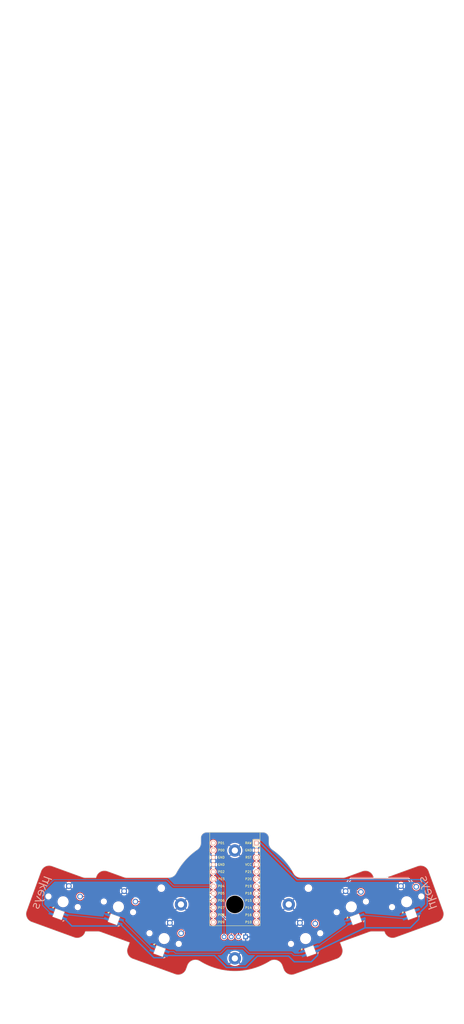
<source format=kicad_pcb>
(kicad_pcb (version 20221018) (generator pcbnew)
  (title_block (title "microkeys") (rev "v1.0.0") (company "Unknown"))
  (layers (0 "F.Cu" signal) (31 "B.Cu" signal) (34 "B.Paste" user) (35 "F.Paste" user) (36 "B.SilkS" user "B.Silkscreen") (37 "F.SilkS" user "F.Silkscreen") (38 "B.Mask" user) (39 "F.Mask" user) (44 "Edge.Cuts" user))
  (net 0 "")
  (net 1 "P5")
  (net 2 "GND")
  (net 3 "P6")
  (net 4 "P7")
  (net 5 "P20")
  (net 6 "P19")
  (net 7 "P18")
  (net 8 "P4")
  (net 9 "l_ring_dout")
  (net 10 "RAW")
  (net 11 "l_middle_dout")
  (net 12 "l_index_dout")
  (net 13 "r_middle_dout")
  (net 14 "r_ring_dout")
  (net 15 "r_index_dout")
  (net 16 "RST")
  (net 17 "VCC")
  (net 18 "P21")
  (net 19 "P15")
  (net 20 "P14")
  (net 21 "P16")
  (net 22 "P10")
  (net 23 "P1")
  (net 24 "P0")
  (net 25 "P2")
  (net 26 "P3")
  (net 27 "P8")
  (net 28 "P9")
  (footprint "ProMicro" (layer "F.Cu") (at 120 118.032 -90)
    (fp_text reference "MCU1" hide)
    (fp_text value "" hide)
    (fp_text user "P00" (at -11.43 4.8) (layer "F.SilkS") (effects (font (size 0.8 0.8))))
    (fp_text user "P07" (at 8.89 4.8) (layer "F.SilkS") (effects (font (size 0.8 0.8))))
    (fp_text user "P04" (at 1.27 4.8) (layer "F.SilkS") (effects (font (size 0.8 0.8))))
    (fp_text user "P10" (at 13.97 -4.8) (layer "F.SilkS") (effects (font (size 0.8 0.8))))
    (fp_text user "P05" (at 3.81 4.8) (layer "F.SilkS") (effects (font (size 0.8 0.8))))
    (fp_text user "P20" (at -1.27 -4.8) (layer "F.SilkS") (effects (font (size 0.8 0.8))))
    (fp_text user "P15" (at 6.35 -4.8) (layer "F.SilkS") (effects (font (size 0.8 0.8))))
    (fp_text user "P03" (at -1.27 4.8) (layer "F.SilkS") (effects (font (size 0.8 0.8))))
    (fp_text user "VCC" (at -6.35 -4.8) (layer "F.SilkS") (effects (font (size 0.8 0.8))))
    (fp_text user "P01" (at -13.97 4.8) (layer "F.SilkS") (effects (font (size 0.8 0.8))))
    (fp_text user "P21" (at -3.81 -4.8) (layer "F.SilkS") (effects (font (size 0.8 0.8))))
    (fp_text user "P19" (at 1.27 -4.8) (layer "F.SilkS") (effects (font (size 0.8 0.8))))
    (fp_text user "GND" (at -6.35 4.8) (layer "F.SilkS") (effects (font (size 0.8 0.8))))
    (fp_text user "RST" (at -8.89 -4.8) (layer "F.SilkS") (effects (font (size 0.8 0.8))))
    (fp_text user "P16" (at 11.43 -4.8) (layer "F.SilkS") (effects (font (size 0.8 0.8))))
    (fp_text user "P06" (at 6.35 4.8) (layer "F.SilkS") (effects (font (size 0.8 0.8))))
    (fp_text user "P09" (at 13.97 4.8) (layer "F.SilkS") (effects (font (size 0.8 0.8))))
    (fp_text user "RAW" (at -13.97 -4.8) (layer "F.SilkS") (effects (font (size 0.8 0.8))))
    (fp_text user "P02" (at -3.81 4.8) (layer "F.SilkS") (effects (font (size 0.8 0.8))))
    (fp_text user "GND" (at -11.43 -4.8) (layer "F.SilkS") (effects (font (size 0.8 0.8))))
    (fp_text user "P08" (at 11.43 4.8) (layer "F.SilkS") (effects (font (size 0.8 0.8))))
    (fp_text user "P18" (at 3.81 -4.8) (layer "F.SilkS") (effects (font (size 0.8 0.8))))
    (fp_text user "P14" (at 8.89 -4.8) (layer "F.SilkS") (effects (font (size 0.8 0.8))))
    (fp_text user "GND" (at -8.89 4.8) (layer "F.SilkS") (effects (font (size 0.8 0.8))))
    (fp_line (start -17.78 -8.89) (end -17.78 8.89) (stroke (width 0.15)) (layer "F.SilkS"))
    (fp_line (start -17.78 8.89) (end 15.24 8.89) (stroke (width 0.15)) (layer "F.SilkS"))
    (fp_line (start -15.24 -6.35) (end -15.24 -8.89) (stroke (width 0.15)) (layer "F.SilkS"))
    (fp_line (start -15.24 -6.35) (end -12.7 -6.35) (stroke (width 0.15)) (layer "F.SilkS"))
    (fp_line (start -12.7 -6.35) (end -12.7 -8.89) (stroke (width 0.15)) (layer "F.SilkS"))
    (fp_line (start 15.24 -8.89) (end -17.78 -8.89) (stroke (width 0.15)) (layer "F.SilkS"))
    (fp_line (start 15.24 8.89) (end 15.24 -8.89) (stroke (width 0.15)) (layer "F.SilkS"))
    (pad "1" thru_hole rect (at -13.97 -7.62 270) (size 1.7526 1.7526) (drill 1.0922) (layers "*.Cu" "*.SilkS" "*.Mask") (net 10 "RAW"))
    (pad "2" thru_hole circle (at -11.43 -7.62) (size 1.7526 1.7526) (drill 1.0922) (layers "*.Cu" "*.SilkS" "*.Mask") (net 2 "GND"))
    (pad "3" thru_hole circle (at -8.89 -7.62) (size 1.7526 1.7526) (drill 1.0922) (layers "*.Cu" "*.SilkS" "*.Mask") (net 16 "RST"))
    (pad "4" thru_hole circle (at -6.35 -7.62) (size 1.7526 1.7526) (drill 1.0922) (layers "*.Cu" "*.SilkS" "*.Mask") (net 17 "VCC"))
    (pad "5" thru_hole circle (at -3.81 -7.62) (size 1.7526 1.7526) (drill 1.0922) (layers "*.Cu" "*.SilkS" "*.Mask") (net 18 "P21"))
    (pad "6" thru_hole circle (at -1.27 -7.62) (size 1.7526 1.7526) (drill 1.0922) (layers "*.Cu" "*.SilkS" "*.Mask") (net 5 "P20"))
    (pad "7" thru_hole circle (at 1.27 -7.62) (size 1.7526 1.7526) (drill 1.0922) (layers "*.Cu" "*.SilkS" "*.Mask") (net 6 "P19"))
    (pad "8" thru_hole circle (at 3.81 -7.62) (size 1.7526 1.7526) (drill 1.0922) (layers "*.Cu" "*.SilkS" "*.Mask") (net 7 "P18"))
    (pad "9" thru_hole circle (at 6.35 -7.62) (size 1.7526 1.7526) (drill 1.0922) (layers "*.Cu" "*.SilkS" "*.Mask") (net 19 "P15"))
    (pad "10" thru_hole circle (at 8.89 -7.62) (size 1.7526 1.7526) (drill 1.0922) (layers "*.Cu" "*.SilkS" "*.Mask") (net 20 "P14"))
    (pad "11" thru_hole circle (at 11.43 -7.62) (size 1.7526 1.7526) (drill 1.0922) (layers "*.Cu" "*.SilkS" "*.Mask") (net 21 "P16"))
    (pad "12" thru_hole circle (at 13.97 -7.62) (size 1.7526 1.7526) (drill 1.0922) (layers "*.Cu" "*.SilkS" "*.Mask") (net 22 "P10"))
    (pad "13" thru_hole circle (at -13.97 7.62) (size 1.7526 1.7526) (drill 1.0922) (layers "*.Cu" "*.SilkS" "*.Mask") (net 23 "P1"))
    (pad "14" thru_hole circle (at -11.43 7.62) (size 1.7526 1.7526) (drill 1.0922) (layers "*.Cu" "*.SilkS" "*.Mask") (net 24 "P0"))
    (pad "15" thru_hole circle (at -8.89 7.62) (size 1.7526 1.7526) (drill 1.0922) (layers "*.Cu" "*.SilkS" "*.Mask") (net 2 "GND"))
    (pad "16" thru_hole circle (at -6.35 7.62) (size 1.7526 1.7526) (drill 1.0922) (layers "*.Cu" "*.SilkS" "*.Mask") (net 2 "GND"))
    (pad "17" thru_hole circle (at -3.81 7.62) (size 1.7526 1.7526) (drill 1.0922) (layers "*.Cu" "*.SilkS" "*.Mask") (net 25 "P2"))
    (pad "18" thru_hole circle (at -1.27 7.62) (size 1.7526 1.7526) (drill 1.0922) (layers "*.Cu" "*.SilkS" "*.Mask") (net 26 "P3"))
    (pad "19" thru_hole circle (at 1.27 7.62) (size 1.7526 1.7526) (drill 1.0922) (layers "*.Cu" "*.SilkS" "*.Mask") (net 8 "P4"))
    (pad "20" thru_hole circle (at 3.81 7.62) (size 1.7526 1.7526) (drill 1.0922) (layers "*.Cu" "*.SilkS" "*.Mask") (net 1 "P5"))
    (pad "21" thru_hole circle (at 6.35 7.62) (size 1.7526 1.7526) (drill 1.0922) (layers "*.Cu" "*.SilkS" "*.Mask") (net 3 "P6"))
    (pad "22" thru_hole circle (at 8.89 7.62) (size 1.7526 1.7526) (drill 1.0922) (layers "*.Cu" "*.SilkS" "*.Mask") (net 4 "P7"))
    (pad "23" thru_hole circle (at 11.43 7.62) (size 1.7526 1.7526) (drill 1.0922) (layers "*.Cu" "*.SilkS" "*.Mask") (net 27 "P8"))
    (pad "24" thru_hole circle (at 13.97 7.62) (size 1.7526 1.7526) (drill 1.0922) (layers "*.Cu" "*.SilkS" "*.Mask") (net 28 "P9"))
  )
  (footprint "PG1350" (layer "F.Cu") (at 59.297142 124.807639 -20)
    (fp_text reference "S1" hide)
    (fp_text value "" hide)
    (pad "" np_thru_hole circle (at -5.5 0) (size 1.7018 1.7018) (drill 1.7018) (layers "*.Cu" "*.Mask"))
    (pad "" np_thru_hole circle (at 0 0) (size 3.429 3.429) (drill 3.429) (layers "*.Cu" "*.Mask"))
    (pad "" np_thru_hole circle (at 5.5 0) (size 1.7018 1.7018) (drill 1.7018) (layers "*.Cu" "*.Mask"))
    (pad "1" thru_hole circle (at 5 -3.8) (size 2.032 2.032) (drill 1.27) (layers "*.Cu" "*.Mask") (net 1 "P5"))
    (pad "2" thru_hole circle (at 0 -5.9) (size 2.032 2.032) (drill 1.27) (layers "*.Cu" "*.Mask") (net 2 "GND"))
  )
  (footprint "lib:OLED_headers" (layer "F.Cu") (at 114.005461 138.804404 90)
    (fp_text reference "OLED1" hide)
    (fp_text value "OLED")
    (pad "1" thru_hole rect (at 1.6 9.8) (size 1.7 1.7) (drill 1) (layers "*.Cu" "*.Mask") (net 2 "GND"))
    (pad "2" thru_hole oval (at 1.6 7.26) (size 1.7 1.7) (drill 1) (layers "*.Cu" "*.Mask") (net 17 "VCC"))
    (pad "3" thru_hole oval (at 1.6 4.72) (size 1.7 1.7) (drill 1) (layers "*.Cu" "*.Mask") (net 26 "P3"))
    (pad "4" thru_hole oval (at 1.6 2.18) (size 1.7 1.7) (drill 1) (layers "*.Cu" "*.Mask") (net 25 "P2"))
  )
  (footprint "MountingHole:MountingHole_2.2mm_M2" (layer "F.Cu") (at 94 120)
    (fp_text reference "REF**" hide)
    (fp_text value "MountingHole_2.2mm_M2")
    (pad "" np_thru_hole circle (at 0 0) (size 2.2 2.2) (drill 2.2) (layers "*.Cu" "*.Mask"))
  )
  (footprint "SK6812MINIE" (layer "F.Cu") (at 93.397967 142.220959 -20)
    (fp_text reference "LED3" hide)
    (fp_text value "" hide)
    (fp_poly (pts (xy 2.8 1.4) (xy 2.2 1.4) (xy 2.2 2)) (stroke (width 0.1)) (fill solid) (layer "B.SilkS"))
    (fp_poly (pts (xy -2.98 -1.4) (xy -2.38 -1.4) (xy -2.38 -2)) (stroke (width 0.1)) (fill solid) (layer "F.SilkS"))
    (fp_line (start -1.7 -1.5) (end 1.7 -1.5) (stroke (width 0.12)) (layer "Edge.Cuts"))
    (fp_line (start -1.7 1.5) (end -1.7 -1.5) (stroke (width 0.12)) (layer "Edge.Cuts"))
    (fp_line (start 1.7 -1.5) (end 1.7 1.5) (stroke (width 0.12)) (layer "Edge.Cuts"))
    (fp_line (start 1.7 1.5) (end -1.7 1.5) (stroke (width 0.12)) (layer "Edge.Cuts"))
    (pad "1" smd rect (at 2.55 0.75 340) (size 1.7 0.82) (layers "B.Cu" "B.Paste" "B.Mask") (net 10 "RAW"))
    (pad "2" smd rect (at 2.55 -0.75 340) (size 1.7 0.82) (layers "B.Cu" "B.Paste" "B.Mask") (net 12 "l_index_dout"))
    (pad "3" smd rect (at -2.55 -0.75 340) (size 1.7 0.82) (layers "B.Cu" "B.Paste" "B.Mask") (net 2 "GND"))
    (pad "4" smd rect (at -2.55 0.75 340) (size 1.7 0.82) (layers "B.Cu" "B.Paste" "B.Mask") (net 11 "l_middle_dout"))
  )
  (footprint "SK6812MINIE" (layer "F.Cu") (at 162.757015 131.024113 20)
    (fp_text reference "LED5" hide)
    (fp_text value "" hide)
    (fp_poly (pts (xy 2.8 1.4) (xy 2.2 1.4) (xy 2.2 2)) (stroke (width 0.1)) (fill solid) (layer "B.SilkS"))
    (fp_poly (pts (xy -2.98 -1.4) (xy -2.38 -1.4) (xy -2.38 -2)) (stroke (width 0.1)) (fill solid) (layer "F.SilkS"))
    (fp_line (start -1.7 -1.5) (end 1.7 -1.5) (stroke (width 0.12)) (layer "Edge.Cuts"))
    (fp_line (start -1.7 1.5) (end -1.7 -1.5) (stroke (width 0.12)) (layer "Edge.Cuts"))
    (fp_line (start 1.7 -1.5) (end 1.7 1.5) (stroke (width 0.12)) (layer "Edge.Cuts"))
    (fp_line (start 1.7 1.5) (end -1.7 1.5) (stroke (width 0.12)) (layer "Edge.Cuts"))
    (pad "1" smd rect (at 2.55 0.75 20) (size 1.7 0.82) (layers "B.Cu" "B.Paste" "B.Mask") (net 10 "RAW"))
    (pad "2" smd rect (at 2.55 -0.75 20) (size 1.7 0.82) (layers "B.Cu" "B.Paste" "B.Mask") (net 13 "r_middle_dout"))
    (pad "3" smd rect (at -2.55 -0.75 20) (size 1.7 0.82) (layers "B.Cu" "B.Paste" "B.Mask") (net 2 "GND"))
    (pad "4" smd rect (at -2.55 0.75 20) (size 1.7 0.82) (layers "B.Cu" "B.Paste" "B.Mask") (net 15 "r_index_dout"))
  )
  (footprint "PG1350" (layer "F.Cu") (at 95.005461 137.804404 -20)
    (fp_text reference "S3" hide)
    (fp_text value "" hide)
    (pad "" np_thru_hole circle (at -5.5 0) (size 1.7018 1.7018) (drill 1.7018) (layers "*.Cu" "*.Mask"))
    (pad "" np_thru_hole circle (at 0 0) (size 3.429 3.429) (drill 3.429) (layers "*.Cu" "*.Mask"))
    (pad "" np_thru_hole circle (at 5.5 0) (size 1.7018 1.7018) (drill 1.7018) (layers "*.Cu" "*.Mask"))
    (pad "1" thru_hole circle (at 5 -3.8) (size 2.032 2.032) (drill 1.27) (layers "*.Cu" "*.Mask") (net 4 "P7"))
    (pad "2" thru_hole circle (at 0 -5.9) (size 2.032 2.032) (drill 1.27) (layers "*.Cu" "*.Mask") (net 2 "GND"))
  )
  (footprint "SK6812MINIE" (layer "F.Cu") (at 146.612956 142.220959 20)
    (fp_text reference "LED6" hide)
    (fp_text value "" hide)
    (fp_poly (pts (xy 2.8 1.4) (xy 2.2 1.4) (xy 2.2 2)) (stroke (width 0.1)) (fill solid) (layer "B.SilkS"))
    (fp_poly (pts (xy -2.98 -1.4) (xy -2.38 -1.4) (xy -2.38 -2)) (stroke (width 0.1)) (fill solid) (layer "F.SilkS"))
    (fp_line (start -1.7 -1.5) (end 1.7 -1.5) (stroke (width 0.12)) (layer "Edge.Cuts"))
    (fp_line (start -1.7 1.5) (end -1.7 -1.5) (stroke (width 0.12)) (layer "Edge.Cuts"))
    (fp_line (start 1.7 -1.5) (end 1.7 1.5) (stroke (width 0.12)) (layer "Edge.Cuts"))
    (fp_line (start 1.7 1.5) (end -1.7 1.5) (stroke (width 0.12)) (layer "Edge.Cuts"))
    (pad "1" smd rect (at 2.55 0.75 20) (size 1.7 0.82) (layers "B.Cu" "B.Paste" "B.Mask") (net 10 "RAW"))
    (pad "2" smd rect (at 2.55 -0.75 20) (size 1.7 0.82) (layers "B.Cu" "B.Paste" "B.Mask") (net 15 "r_index_dout"))
    (pad "3" smd rect (at -2.55 -0.75 20) (size 1.7 0.82) (layers "B.Cu" "B.Paste" "B.Mask") (net 2 "GND"))
    (pad "4" smd rect (at -2.55 0.75 20) (size 1.7 0.82) (layers "B.Cu" "B.Paste" "B.Mask") (net 12 "l_index_dout"))
  )
  (footprint "SK6812MINIE" (layer "F.Cu") (at 182.321276 129.224194 20)
    (fp_text reference "LED4" hide)
    (fp_text value "" hide)
    (fp_poly (pts (xy 2.8 1.4) (xy 2.2 1.4) (xy 2.2 2)) (stroke (width 0.1)) (fill solid) (layer "B.SilkS"))
    (fp_poly (pts (xy -2.98 -1.4) (xy -2.38 -1.4) (xy -2.38 -2)) (stroke (width 0.1)) (fill solid) (layer "F.SilkS"))
    (fp_line (start -1.7 -1.5) (end 1.7 -1.5) (stroke (width 0.12)) (layer "Edge.Cuts"))
    (fp_line (start -1.7 1.5) (end -1.7 -1.5) (stroke (width 0.12)) (layer "Edge.Cuts"))
    (fp_line (start 1.7 -1.5) (end 1.7 1.5) (stroke (width 0.12)) (layer "Edge.Cuts"))
    (fp_line (start 1.7 1.5) (end -1.7 1.5) (stroke (width 0.12)) (layer "Edge.Cuts"))
    (pad "1" smd rect (at 2.55 0.75 20) (size 1.7 0.82) (layers "B.Cu" "B.Paste" "B.Mask") (net 10 "RAW"))
    (pad "2" smd rect (at 2.55 -0.75 20) (size 1.7 0.82) (layers "B.Cu" "B.Paste" "B.Mask") (net 14 "r_ring_dout"))
    (pad "3" smd rect (at -2.55 -0.75 20) (size 1.7 0.82) (layers "B.Cu" "B.Paste" "B.Mask") (net 2 "GND"))
    (pad "4" smd rect (at -2.55 0.75 20) (size 1.7 0.82) (layers "B.Cu" "B.Paste" "B.Mask") (net 13 "r_middle_dout"))
  )
  (footprint "SK6812MINIE" (layer "F.Cu") (at 57.689647 129.224194 -20)
    (fp_text reference "LED1" hide)
    (fp_text value "" hide)
    (fp_poly (pts (xy 2.8 1.4) (xy 2.2 1.4) (xy 2.2 2)) (stroke (width 0.1)) (fill solid) (layer "B.SilkS"))
    (fp_poly (pts (xy -2.98 -1.4) (xy -2.38 -1.4) (xy -2.38 -2)) (stroke (width 0.1)) (fill solid) (layer "F.SilkS"))
    (fp_line (start -1.7 -1.5) (end 1.7 -1.5) (stroke (width 0.12)) (layer "Edge.Cuts"))
    (fp_line (start -1.7 1.5) (end -1.7 -1.5) (stroke (width 0.12)) (layer "Edge.Cuts"))
    (fp_line (start 1.7 -1.5) (end 1.7 1.5) (stroke (width 0.12)) (layer "Edge.Cuts"))
    (fp_line (start 1.7 1.5) (end -1.7 1.5) (stroke (width 0.12)) (layer "Edge.Cuts"))
    (pad "1" smd rect (at 2.55 0.75 340) (size 1.7 0.82) (layers "B.Cu" "B.Paste" "B.Mask") (net 10 "RAW"))
    (pad "2" smd rect (at 2.55 -0.75 340) (size 1.7 0.82) (layers "B.Cu" "B.Paste" "B.Mask") (net 9 "l_ring_dout"))
    (pad "3" smd rect (at -2.55 -0.75 340) (size 1.7 0.82) (layers "B.Cu" "B.Paste" "B.Mask") (net 2 "GND"))
    (pad "4" smd rect (at -2.55 0.75 340) (size 1.7 0.82) (layers "B.Cu" "B.Paste" "B.Mask") (net 8 "P4"))
  )
  (footprint "PG1350" (layer "F.Cu") (at 78.861402 126.607558 -20)
    (fp_text reference "S2" hide)
    (fp_text value "" hide)
    (pad "" np_thru_hole circle (at -5.5 0) (size 1.7018 1.7018) (drill 1.7018) (layers "*.Cu" "*.Mask"))
    (pad "" np_thru_hole circle (at 0 0) (size 3.429 3.429) (drill 3.429) (layers "*.Cu" "*.Mask"))
    (pad "" np_thru_hole circle (at 5.5 0) (size 1.7018 1.7018) (drill 1.7018) (layers "*.Cu" "*.Mask"))
    (pad "1" thru_hole circle (at 5 -3.8) (size 2.032 2.032) (drill 1.27) (layers "*.Cu" "*.Mask") (net 3 "P6"))
    (pad "2" thru_hole circle (at 0 -5.9) (size 2.032 2.032) (drill 1.27) (layers "*.Cu" "*.Mask") (net 2 "GND"))
  )
  (footprint "MountingHole:MountingHole_2.2mm_M2" (layer "F.Cu") (at 146 120)
    (fp_text reference "REF**" hide)
    (fp_text value "MountingHole_2.2mm_M2")
    (pad "" np_thru_hole circle (at 0 0) (size 2.2 2.2) (drill 2.2) (layers "*.Cu" "*.Mask"))
  )
  (footprint "TENTINGPUCK" (layer "F.Cu") (at 120 125.75)
    (fp_text reference "REF**")
    (fp_text value "Tenting Puck")
    (pad "" np_thru_hole circle (at 0 0) (size 6.8 6.8) (drill 6.2) (layers "*.Mask"))
    (pad "1" thru_hole circle (at -19.05 0) (size 4.4 4.4) (drill 2.2) (layers "*.Cu" "*.Mask") (net 2 "GND"))
    (pad "1" thru_hole circle (at 0 -19.05) (size 4.4 4.4) (drill 2.2) (layers "*.Cu" "*.Mask") (net 2 "GND"))
    (pad "1" thru_hole circle (at 0 19.05) (size 4.4 4.4) (drill 2.2) (layers "*.Cu" "*.Mask") (net 2 "GND"))
    (pad "1" thru_hole circle (at 19.05 0) (size 4.4 4.4) (drill 2.2) (layers "*.Cu" "*.Mask") (net 2 "GND"))
  )
  (footprint "PG1350" (layer "F.Cu") (at 145.005461 137.804404 20)
    (fp_text reference "S6" hide)
    (fp_text value "" hide)
    (pad "" np_thru_hole circle (at -5.5 0) (size 1.7018 1.7018) (drill 1.7018) (layers "*.Cu" "*.Mask"))
    (pad "" np_thru_hole circle (at 0 0) (size 3.429 3.429) (drill 3.429) (layers "*.Cu" "*.Mask"))
    (pad "" np_thru_hole circle (at 5.5 0) (size 1.7018 1.7018) (drill 1.7018) (layers "*.Cu" "*.Mask"))
    (pad "1" thru_hole circle (at 5 -3.8) (size 2.032 2.032) (drill 1.27) (layers "*.Cu" "*.Mask") (net 7 "P18"))
    (pad "2" thru_hole circle (at 0 -5.9) (size 2.032 2.032) (drill 1.27) (layers "*.Cu" "*.Mask") (net 2 "GND"))
  )
  (footprint "PG1350" (layer "F.Cu") (at 161.149521 126.607558 20)
    (fp_text reference "S5" hide)
    (fp_text value "" hide)
    (pad "" np_thru_hole circle (at -5.5 0) (size 1.7018 1.7018) (drill 1.7018) (layers "*.Cu" "*.Mask"))
    (pad "" np_thru_hole circle (at 0 0) (size 3.429 3.429) (drill 3.429) (layers "*.Cu" "*.Mask"))
    (pad "" np_thru_hole circle (at 5.5 0) (size 1.7018 1.7018) (drill 1.7018) (layers "*.Cu" "*.Mask"))
    (pad "1" thru_hole circle (at 5 -3.8) (size 2.032 2.032) (drill 1.27) (layers "*.Cu" "*.Mask") (net 6 "P19"))
    (pad "2" thru_hole circle (at 0 -5.9) (size 2.032 2.032) (drill 1.27) (layers "*.Cu" "*.Mask") (net 2 "GND"))
  )
  (footprint "PG1350" (layer "F.Cu") (at 180.713781 124.807639 20)
    (fp_text reference "S4" hide)
    (fp_text value "" hide)
    (pad "" np_thru_hole circle (at -5.5 0) (size 1.7018 1.7018) (drill 1.7018) (layers "*.Cu" "*.Mask"))
    (pad "" np_thru_hole circle (at 0 0) (size 3.429 3.429) (drill 3.429) (layers "*.Cu" "*.Mask"))
    (pad "" np_thru_hole circle (at 5.5 0) (size 1.7018 1.7018) (drill 1.7018) (layers "*.Cu" "*.Mask"))
    (pad "1" thru_hole circle (at 5 -3.8) (size 2.032 2.032) (drill 1.27) (layers "*.Cu" "*.Mask") (net 5 "P20"))
    (pad "2" thru_hole circle (at 0 -5.9) (size 2.032 2.032) (drill 1.27) (layers "*.Cu" "*.Mask") (net 2 "GND"))
  )
  (footprint "SK6812MINIE" (layer "F.Cu") (at 77.253908 131.024113 -20)
    (fp_text reference "LED2" hide)
    (fp_text value "" hide)
    (fp_poly (pts (xy 2.8 1.4) (xy 2.2 1.4) (xy 2.2 2)) (stroke (width 0.1)) (fill solid) (layer "B.SilkS"))
    (fp_poly (pts (xy -2.98 -1.4) (xy -2.38 -1.4) (xy -2.38 -2)) (stroke (width 0.1)) (fill solid) (layer "F.SilkS"))
    (fp_line (start -1.7 -1.5) (end 1.7 -1.5) (stroke (width 0.12)) (layer "Edge.Cuts"))
    (fp_line (start -1.7 1.5) (end -1.7 -1.5) (stroke (width 0.12)) (layer "Edge.Cuts"))
    (fp_line (start 1.7 -1.5) (end 1.7 1.5) (stroke (width 0.12)) (layer "Edge.Cuts"))
    (fp_line (start 1.7 1.5) (end -1.7 1.5) (stroke (width 0.12)) (layer "Edge.Cuts"))
    (pad "1" smd rect (at 2.55 0.75 340) (size 1.7 0.82) (layers "B.Cu" "B.Paste" "B.Mask") (net 10 "RAW"))
    (pad "2" smd rect (at 2.55 -0.75 340) (size 1.7 0.82) (layers "B.Cu" "B.Paste" "B.Mask") (net 11 "l_middle_dout"))
    (pad "3" smd rect (at -2.55 -0.75 340) (size 1.7 0.82) (layers "B.Cu" "B.Paste" "B.Mask") (net 2 "GND"))
    (pad "4" smd rect (at -2.55 0.75 340) (size 1.7 0.82) (layers "B.Cu" "B.Paste" "B.Mask") (net 9 "l_ring_dout"))
  )
  (gr_arc (start 176.787452 137.410572) (mid 174.493537 137.310418) (end 172.942313 135.617555) (stroke (width 0.15)) (layer "Edge.Cuts"))
  (gr_arc (start 108.005461 102.304404) (mid 108.591247 100.89019) (end 110.005461 100.304404) (stroke (width 0.15)) (layer "Edge.Cuts"))
  (gr_arc (start 99.284099 114.719498) (mid 98.180687 115.877853) (end 96.638819 116.304404) (stroke (width 0.15)) (layer "Edge.Cuts"))
  (gr_line (start 141.079132 150.407338) (end 156.114214 144.935015) (stroke (width 0.15)) (layer "Edge.Cuts"))
  (gr_line (start 82.787732 139.210492) (end 82.103692 141.089877) (stroke (width 0.15)) (layer "Edge.Cuts"))
  (gr_line (start 67.06861 135.617555) (end 67.182587 135.304404) (stroke (width 0.15)) (layer "Edge.Cuts"))
  (gr_arc (start 48.188389 131.93825) (mid 46.495758 130.387523) (end 46.394997 128.094141) (stroke (width 0.15)) (layer "Edge.Cuts"))
  (gr_line (start 83.896709 144.935015) (end 98.931791 150.407338) (stroke (width 0.15)) (layer "Edge.Cuts"))
  (gr_arc (start 193.615551 128.093111) (mid 193.615738 128.093626) (end 193.615925 128.094141) (stroke (width 0.15)) (layer "Edge.Cuts"))
  (gr_arc (start 108.005461 103.958351) (mid 107.660112 105.355788) (end 106.703575 106.43149) (stroke (width 0.15)) (layer "Edge.Cuts"))
  (gr_arc (start 184.64011 112.204705) (mid 186.934025 112.304859) (end 188.485249 113.997722) (stroke (width 0.15)) (layer "Edge.Cuts"))
  (gr_arc (start 133.307348 106.43149) (mid 132.350811 105.355789) (end 132.005461 103.958352) (stroke (width 0.15)) (layer "Edge.Cuts"))
  (gr_line (start 67.182587 135.304404) (end 71.526863 135.304404) (stroke (width 0.15)) (layer "Edge.Cuts"))
  (gr_line (start 168.48406 135.304404) (end 172.828336 135.304404) (stroke (width 0.15)) (layer "Edge.Cuts"))
  (gr_line (start 72.552923 135.485326) (end 82.787732 139.210492) (stroke (width 0.15)) (layer "Edge.Cuts"))
  (gr_line (start 96.638819 116.304404) (end 81.782646 116.304404) (stroke (width 0.15)) (layer "Edge.Cuts"))
  (gr_line (start 108.005461 102.304404) (end 108.005461 103.958352) (stroke (width 0.15)) (layer "Edge.Cuts"))
  (gr_line (start 176.787452 137.410572) (end 191.822534 131.93825) (stroke (width 0.15)) (layer "Edge.Cuts"))
  (gr_arc (start 173.873359 116.123482) (mid 173.368243 116.258827) (end 172.847299 116.304404) (stroke (width 0.15)) (layer "Edge.Cuts"))
  (gr_arc (start 157.907605 141.090907) (mid 157.806845 143.384289) (end 156.114214 144.935015) (stroke (width 0.15)) (layer "Edge.Cuts"))
  (gr_arc (start 167.458 135.485326) (mid 167.963116 135.349981) (end 168.48406 135.304404) (stroke (width 0.15)) (layer "Edge.Cuts"))
  (gr_arc (start 67.06861 135.617555) (mid 65.517386 137.310418) (end 63.223471 137.410572) (stroke (width 0.15)) (layer "Edge.Cuts"))
  (gr_arc (start 71.526863 135.304404) (mid 72.047807 135.349981) (end 72.552923 135.485326) (stroke (width 0.15)) (layer "Edge.Cuts"))
  (gr_arc (start 51.525674 113.997723) (mid 53.076897 112.30486) (end 55.370812 112.204705) (stroke (width 0.15)) (layer "Edge.Cuts"))
  (gr_line (start 136.761884 147.317209) (end 137.233994 148.61432) (stroke (width 0.15)) (layer "Edge.Cuts"))
  (gr_line (start 184.64011 112.204705) (end 173.873359 116.123482) (stroke (width 0.15)) (layer "Edge.Cuts"))
  (gr_line (start 70.905488 116.304404) (end 67.163624 116.304404) (stroke (width 0.15)) (layer "Edge.Cuts"))
  (gr_line (start 193.615551 128.093112) (end 188.485249 113.997722) (stroke (width 0.15)) (layer "Edge.Cuts"))
  (gr_line (start 165.07585 114.004625) (end 159.254337 116.123482) (stroke (width 0.15)) (layer "Edge.Cuts"))
  (gr_line (start 157.907231 141.089877) (end 157.223191 139.210492) (stroke (width 0.15)) (layer "Edge.Cuts"))
  (gr_arc (start 133.307348 106.431489) (mid 137.514549 110.130162) (end 140.726824 114.719498) (stroke (width 0.15)) (layer "Edge.Cuts"))
  (gr_line (start 132.005461 103.958352) (end 132.005461 102.304404) (stroke (width 0.15)) (layer "Edge.Cuts"))
  (gr_line (start 157.223191 139.210492) (end 167.457999 135.485326) (stroke (width 0.15)) (layer "Edge.Cuts"))
  (gr_line (start 80.756586 116.123482) (end 74.935073 114.004625) (stroke (width 0.15)) (layer "Edge.Cuts"))
  (gr_arc (start 143.372104 116.304404) (mid 141.830235 115.877853) (end 140.726824 114.719498) (stroke (width 0.15)) (layer "Edge.Cuts"))
  (gr_line (start 130.005461 100.304404) (end 110.005461 100.304404) (stroke (width 0.15)) (layer "Edge.Cuts"))
  (gr_arc (start 159.254337 116.123482) (mid 158.749221 116.258827) (end 158.228277 116.304404) (stroke (width 0.15)) (layer "Edge.Cuts"))
  (gr_arc (start 165.07585 114.004624) (mid 167.369765 114.104779) (end 168.920988 115.797642) (stroke (width 0.15)) (layer "Edge.Cuts"))
  (gr_line (start 66.137564 116.123482) (end 55.370812 112.204705) (stroke (width 0.15)) (layer "Edge.Cuts"))
  (gr_line (start 48.188389 131.93825) (end 63.223471 137.410572) (stroke (width 0.15)) (layer "Edge.Cuts"))
  (gr_line (start 71.089935 115.797642) (end 70.905488 116.304404) (stroke (width 0.15)) (layer "Edge.Cuts"))
  (gr_line (start 172.828336 135.304404) (end 172.942313 135.617555) (stroke (width 0.15)) (layer "Edge.Cuts"))
  (gr_arc (start 193.615926 128.094142) (mid 193.515165 130.387524) (end 191.822533 131.93825) (stroke (width 0.15)) (layer "Edge.Cuts"))
  (gr_arc (start 132.364993 145.791698) (mid 120.005462 149.304403) (end 107.64593 145.791699) (stroke (width 0.15)) (layer "Edge.Cuts"))
  (gr_arc (start 99.284099 114.719498) (mid 102.496374 110.130162) (end 106.703575 106.43149) (stroke (width 0.15)) (layer "Edge.Cuts"))
  (gr_arc (start 83.896708 144.935015) (mid 82.204078 143.384288) (end 82.103317 141.090907) (stroke (width 0.15)) (layer "Edge.Cuts"))
  (gr_line (start 172.847299 116.304404) (end 169.105435 116.304404) (stroke (width 0.15)) (layer "Edge.Cuts"))
  (gr_line (start 51.525674 113.997722) (end 46.395372 128.093112) (stroke (width 0.15)) (layer "Edge.Cuts"))
  (gr_arc (start 102.776929 148.61432) (mid 101.225706 150.307183) (end 98.931791 150.407338) (stroke (width 0.15)) (layer "Edge.Cuts"))
  (gr_line (start 158.228277 116.304404) (end 143.372104 116.304404) (stroke (width 0.15)) (layer "Edge.Cuts"))
  (gr_line (start 169.105435 116.304404) (end 168.920988 115.797642) (stroke (width 0.15)) (layer "Edge.Cuts"))
  (gr_arc (start 103.249039 147.317208) (mid 105.084766 145.50901) (end 107.64593 145.791699) (stroke (width 0.15)) (layer "Edge.Cuts"))
  (gr_arc (start 67.163624 116.304404) (mid 66.64268 116.258827) (end 66.137564 116.123482) (stroke (width 0.15)) (layer "Edge.Cuts"))
  (gr_line (start 102.776929 148.61432) (end 103.249039 147.317209) (stroke (width 0.15)) (layer "Edge.Cuts"))
  (gr_arc (start 130.005461 100.304404) (mid 131.419675 100.89019) (end 132.005461 102.304404) (stroke (width 0.15)) (layer "Edge.Cuts"))
  (gr_arc (start 81.782646 116.304404) (mid 81.261702 116.258827) (end 80.756586 116.123482) (stroke (width 0.15)) (layer "Edge.Cuts"))
  (gr_arc (start 132.364994 145.791699) (mid 134.926158 145.509011) (end 136.761884 147.317209) (stroke (width 0.15)) (layer "Edge.Cuts"))
  (gr_arc (start 141.079132 150.407338) (mid 138.785217 150.307183) (end 137.233994 148.61432) (stroke (width 0.15)) (layer "Edge.Cuts"))
  (gr_arc (start 71.089934 115.797641) (mid 72.641158 114.104778) (end 74.935073 114.004624) (stroke (width 0.15)) (layer "Edge.Cuts"))
  (gr_text "µkeys" (at 51.5 121.5 70) (layer "B.SilkS") (effects (font (size 3 3)) (justify mirror)))
  (gr_text "µkeys" (at 188.5 121.5 290) (layer "B.SilkS") (effects (font (size 3 3)) (justify mirror)))
  (segment (start 98.158 121.842) (end 97 123) (width 0.3) (layer "F.Cu") (net 1))
  (segment (start 96.946908 122.946908) (end 65.295282 122.946908) (width 0.3) (layer "F.Cu") (net 1))
  (segment (start 112.38 121.842) (end 98.158 121.842) (width 0.3) (layer "F.Cu") (net 1))
  (segment (start 97 123) (end 96.946908 122.946908) (width 0.3) (layer "F.Cu") (net 1))
  (segment (start 97.253173 124.746827) (end 84.859542 124.746827) (width 0.3) (layer "F.Cu") (net 3))
  (segment (start 99 123) (end 97.253173 124.746827) (width 0.3) (layer "F.Cu") (net 3))
  (segment (start 112.38 124.382) (end 107.382 124.382) (width 0.3) (layer "F.Cu") (net 3))
  (segment (start 107.382 124.382) (end 106 123) (width 0.3) (layer "F.Cu") (net 3))
  (segment (start 106 123) (end 99 123) (width 0.3) (layer "F.Cu") (net 3))
  (segment (start 112.38 126.922) (end 110.025274 126.922) (width 0.3) (layer "F.Cu") (net 4))
  (segment (start 110.025274 126.922) (end 101.003601 135.943673) (width 0.3) (layer "F.Cu") (net 4))
  (segment (start 138.762 116.762) (end 145.25 123.25) (width 0.3) (layer "F.Cu") (net 5))
  (segment (start 145.25 123.25) (end 154.512 123.25) (width 0.3) (layer "F.Cu") (net 5))
  (segment (start 154.512 123.25) (end 161 116.762) (width 0.3) (layer "F.Cu") (net 5))
  (segment (start 181.347862 116.762) (end 184.112568 119.526706) (width 0.3) (layer "F.Cu") (net 5))
  (segment (start 161 116.762) (end 181.347862 116.762) (width 0.3) (layer "F.Cu") (net 5))
  (segment (start 127.62 116.762) (end 138.762 116.762) (width 0.3) (layer "F.Cu") (net 5))
  (segment (start 140.302 119.302) (end 127.62 119.302) (width 0.3) (layer "F.Cu") (net 6))
  (segment (start 145.2 124.2) (end 140.302 119.302) (width 0.3) (layer "F.Cu") (net 6))
  (segment (start 160.238093 124.2) (end 145.2 124.2) (width 0.3) (layer "F.Cu") (net 6))
  (segment (start 164.548308 121.326625) (end 163.111468 121.326625) (width 0.3) (layer "F.Cu") (net 6))
  (segment (start 163.111468 121.326625) (end 160.238093 124.2) (width 0.3) (layer "F.Cu") (net 6))
  (segment (start 140.842 121.842) (end 148.404248 129.404248) (width 0.3) (layer "F.Cu") (net 7))
  (segment (start 127.62 121.842) (end 140.842 121.842) (width 0.3) (layer "F.Cu") (net 7))
  (segment (start 148.404248 129.404248) (end 148.404248 132.523471) (width 0.3) (layer "F.Cu") (net 7))
  (segment (start 52 121) (end 52 126.019896) (width 0.3) (layer "B.Cu") (net 8))
  (segment (start 96 117) (end 56 117) (width 0.3) (layer "B.Cu") (net 8))
  (segment (start 56 117) (end 52 121) (width 0.3) (layer "B.Cu") (net 8))
  (segment (start 52 126.019896) (end 55.036916 129.056812) (width 0.3) (layer "B.Cu") (net 8))
  (segment (start 112.38 119.302) (end 98.302 119.302) (width 0.3) (layer "B.Cu") (net 8))
  (segment (start 98.302 119.302) (end 96 117) (width 0.3) (layer "B.Cu") (net 8))
  (segment (start 74.601177 130.856731) (end 60.342378 129.391576) (width 0.3) (layer "B.Cu") (net 9))
  (segment (start 139 144) (end 141 146) (width 0.5) (layer "B.Cu") (net 10))
  (segment (start 112.79788 143.79788) (end 117 148) (width 0.5) (layer "B.Cu") (net 10))
  (segment (start 59.829348 130.801115) (end 62.394761 133.366528) (width 0.5) (layer "B.Cu") (net 10))
  (segment (start 95.537668 143.79788) (end 112.79788 143.79788) (width 0.5) (layer "B.Cu") (net 10))
  (segment (start 129.062 104.062) (end 142 117) (width 0.5) (layer "B.Cu") (net 10))
  (segment (start 188 119) (end 188 126.030819) (width 0.5) (layer "B.Cu") (net 10))
  (segment (start 79.393609 132.601034) (end 91.355949 144.563374) (width 0.5) (layer "B.Cu") (net 10))
  (segment (start 124 148) (end 128 144) (width 0.5) (layer "B.Cu") (net 10))
  (segment (start 184.974007 129.056812) (end 184.974007 131.025993) (width 0.5) (layer "B.Cu") (net 10))
  (segment (start 141 146) (end 147 146) (width 0.5) (layer "B.Cu") (net 10))
  (segment (start 188 126.030819) (end 184.974007 129.056812) (width 0.5) (layer "B.Cu") (net 10))
  (segment (start 142 117) (end 186 117) (width 0.5) (layer "B.Cu") (net 10))
  (segment (start 149.265687 143.734313) (end 149.265687 142.053577) (width 0.5) (layer "B.Cu") (net 10))
  (segment (start 127.62 104.062) (end 129.062 104.062) (width 0.5) (layer "B.Cu") (net 10))
  (segment (start 62.394761 133.366528) (end 78.628115 133.366528) (width 0.5) (layer "B.Cu") (net 10))
  (segment (start 165.409746 130.856731) (end 166 131.446985) (width 0.5) (layer "B.Cu") (net 10))
  (segment (start 182 134) (end 166 134) (width 0.5) (layer "B.Cu") (net 10))
  (segment (start 166 131.446985) (end 166 134) (width 0.5) (layer "B.Cu") (net 10))
  (segment (start 186 117) (end 188 119) (width 0.5) (layer "B.Cu") (net 10))
  (segment (start 128 144) (end 139 144) (width 0.5) (layer "B.Cu") (net 10))
  (segment (start 78.628115 133.366528) (end 79.393609 132.601034) (width 0.5) (layer "B.Cu") (net 10))
  (segment (start 91.355949 144.563374) (end 94.772174 144.563374) (width 0.5) (layer "B.Cu") (net 10))
  (segment (start 166 134) (end 149.265687 142.053577) (width 0.5) (layer "B.Cu") (net 10))
  (segment (start 94.772174 144.563374) (end 95.537668 143.79788) (width 0.5) (layer "B.Cu") (net 10))
  (segment (start 117 148) (end 124 148) (width 0.5) (layer "B.Cu") (net 10))
  (segment (start 184.974007 131.025993) (end 182 134) (width 0.5) (layer "B.Cu") (net 10))
  (segment (start 147 146) (end 149.265687 143.734313) (width 0.5) (layer "B.Cu") (net 10))
  (segment (start 90.745236 142.053577) (end 79.906639 131.191495) (width 0.3) (layer "B.Cu") (net 11))
  (segment (start 140.79788 143.79788) (end 140 143) (width 0.3) (layer "B.Cu") (net 12))
  (segment (start 123 141) (end 117 141) (width 0.3) (layer "B.Cu") (net 12))
  (segment (start 115 143) (end 99 143) (width 0.3) (layer "B.Cu") (net 12))
  (segment (start 99 143) (end 98.388341 142.388341) (width 0.3) (layer "B.Cu") (net 12))
  (segment (start 140 143) (end 125 143) (width 0.3) (layer "B.Cu") (net 12))
  (segment (start 125 143) (end 123 141) (width 0.3) (layer "B.Cu") (net 12))
  (segment (start 144.473255 143.79788) (end 140.79788 143.79788) (width 0.3) (layer "B.Cu") (net 12))
  (segment (start 98.388341 142.388341) (end 96.050698 142.388341) (width 0.3) (layer "B.Cu") (net 12))
  (segment (start 117 141) (end 115 143) (width 0.3) (layer "B.Cu") (net 12))
  (segment (start 165.2658 129.534845) (end 180.181575 130.801115) (width 0.3) (layer "B.Cu") (net 13))
  (segment (start 148.752657 140.644038) (end 149.355962 140.644038) (width 0.3) (layer "B.Cu") (net 15))
  (segment (start 149.355962 140.644038) (end 160.617314 132.601034) (width 0.3) (layer "B.Cu") (net 15))
  (segment (start 121.265461 134.734539) (end 125 131) (width 0.5) (layer "F.Cu") (net 17))
  (segment (start 125 114.302) (end 127.62 111.682) (width 0.5) (layer "F.Cu") (net 17))
  (segment (start 125 131) (end 125 114.302) (width 0.5) (layer "F.Cu") (net 17))
  (segment (start 121.265461 137.204404) (end 121.265461 134.734539) (width 0.5) (layer "F.Cu") (net 17))
  (segment (start 116.185461 137.204404) (end 116.185461 118.027461) (width 0.3) (layer "B.Cu") (net 25))
  (segment (start 116.185461 118.027461) (end 112.38 114.222) (width 0.3) (layer "B.Cu") (net 25))
  (segment (start 118.725461 132.725461) (end 115 129) (width 0.3) (layer "F.Cu") (net 26))
  (segment (start 118.725461 137.204404) (end 118.725461 132.725461) (width 0.3) (layer "F.Cu") (net 26))
  (segment (start 115 129) (end 115 119.382) (width 0.3) (layer "F.Cu") (net 26))
  (segment (start 115 119.382) (end 112.38 116.762) (width 0.3) (layer "F.Cu") (net 26))
  (zone (net 2) (net_name "GND") (layer "F.Cu") (connect_pads (clearance 0.3)) (min_thickness 0.25) (fill yes (thermal_gap 0.5) (thermal_bridge_width 0.5))
    (polygon (pts (xy 38 94) (xy 200 95) (xy 201 161) (xy 37 156)))
  )
  (zone (net 2) (net_name "GND") (layer "B.Cu") (priority 1) (connect_pads (clearance 0.508)) (min_thickness 0.25) (fill yes (thermal_gap 0.5) (thermal_bridge_width 0.5))
    (polygon (pts (xy 44 88) (xy 194 91) (xy 200 168) (xy 42 165)))
  )
)
</source>
